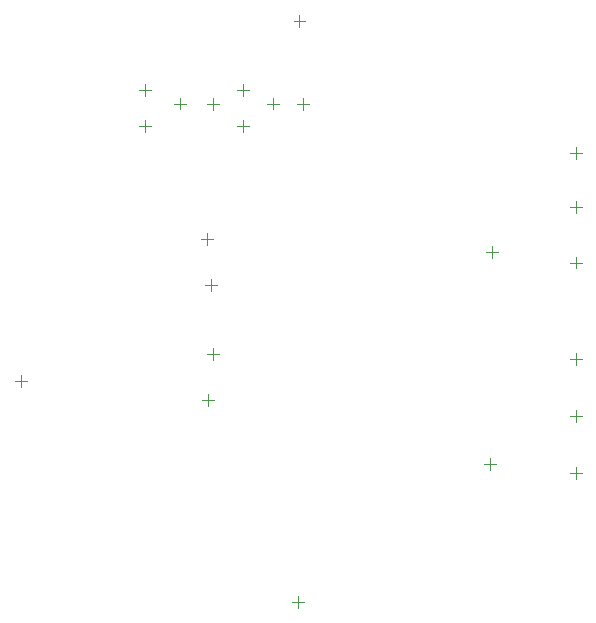
<source format=gbr>
%TF.GenerationSoftware,Altium Limited,Altium Designer,22.9.1 (49)*%
G04 Layer_Color=0*
%FSLAX25Y25*%
%MOIN*%
%TF.SameCoordinates,3D4AB22D-4464-4A1E-8ED4-CD8DD9DE0D00*%
%TF.FilePolarity,Positive*%
%TF.FileFunction,Other,Top_Component_Center*%
%TF.Part,Single*%
G01*
G75*
%TA.AperFunction,NonConductor*%
%ADD47C,0.00394*%
D47*
X161000Y63532D02*
Y67469D01*
X159031Y65500D02*
X162969D01*
X161417Y257031D02*
Y260968D01*
X159449Y259000D02*
X163386D01*
X66531Y139161D02*
X70468D01*
X68500Y137193D02*
Y141130D01*
X152500Y229579D02*
Y233516D01*
X150531Y231547D02*
X154469D01*
X162500Y229532D02*
Y233469D01*
X160531Y231500D02*
X164469D01*
X130500Y184344D02*
Y188280D01*
X128532Y186312D02*
X132468D01*
X251532Y197000D02*
X255469D01*
X253500Y195031D02*
Y198969D01*
Y144532D02*
Y148468D01*
X251532Y146500D02*
X255469D01*
X251532Y178547D02*
X255469D01*
X253500Y176579D02*
Y180516D01*
Y125531D02*
Y129469D01*
X251532Y127500D02*
X255469D01*
X251532Y214953D02*
X255469D01*
X253500Y212984D02*
Y216921D01*
X131000Y130719D02*
Y134657D01*
X129032Y132688D02*
X132968D01*
X130532Y148000D02*
X134468D01*
X132500Y146031D02*
Y149969D01*
X130032Y171000D02*
X133968D01*
X132000Y169032D02*
Y172968D01*
X110000Y221957D02*
Y225894D01*
X108031Y223925D02*
X111969D01*
X110000Y234106D02*
Y238043D01*
X108031Y236075D02*
X111969D01*
X121500Y229579D02*
Y233516D01*
X119532Y231547D02*
X123468D01*
X142500Y234032D02*
Y237968D01*
X140532Y236000D02*
X144468D01*
X132500Y229532D02*
Y233469D01*
X130532Y231500D02*
X134468D01*
X142500Y222031D02*
Y225969D01*
X140532Y224000D02*
X144468D01*
X253500Y106532D02*
Y110468D01*
X251532Y108500D02*
X255469D01*
X223532Y182000D02*
X227468D01*
X225500Y180032D02*
Y183968D01*
X225000Y109457D02*
Y113394D01*
X223031Y111425D02*
X226969D01*
%TF.MD5,6d11ab9564f71951148689c697b3e07c*%
M02*

</source>
